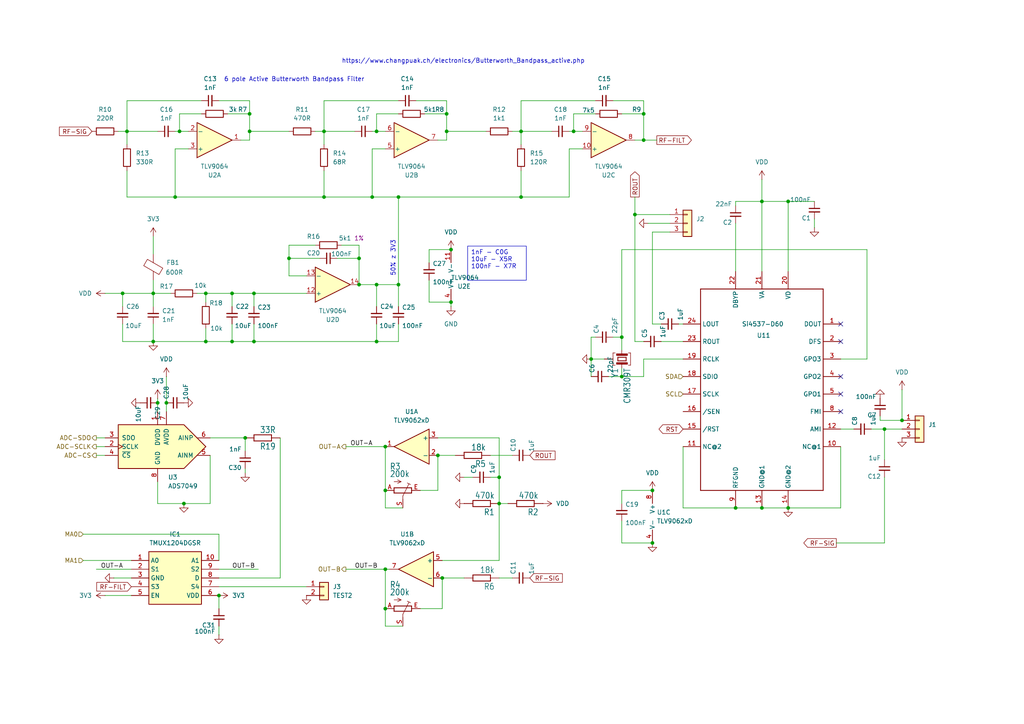
<source format=kicad_sch>
(kicad_sch (version 20231120) (generator "eeschema") (generator_version "8.0")
  (paper "A4")
  (junction (at 72.39 33.02))
  (junction (at 144.78 138.43))
  (junction (at 180.34 109.22))
  (junction (at 111.76 165.1))
  (junction (at 186.69 33.02))
  (junction (at 67.31 99.06))
  (junction (at 44.45 85.09))
  (junction (at 228.6 147.32))
  (junction (at 63.5 172.72))
  (junction (at 171.45 104.14))
  (junction (at 93.98 38.1))
  (junction (at 93.98 57.15))
  (junction (at 83.82 74.93))
  (junction (at 220.98 58.42))
  (junction (at 107.95 57.15))
  (junction (at 59.69 85.09))
  (junction (at 71.12 127))
  (junction (at 115.57 57.15))
  (junction (at 130.81 87.63))
  (junction (at 128.27 167.64))
  (junction (at 130.81 72.39))
  (junction (at 228.6 58.42))
  (junction (at 59.69 99.06))
  (junction (at 45.72 116.84))
  (junction (at 53.34 146.05))
  (junction (at 189.23 157.48))
  (junction (at 111.76 142.24))
  (junction (at 129.54 38.1))
  (junction (at 67.31 85.09))
  (junction (at 166.37 38.1))
  (junction (at 72.39 38.1))
  (junction (at 111.76 129.54))
  (junction (at 44.45 99.06))
  (junction (at 35.56 85.09))
  (junction (at 48.26 116.84))
  (junction (at 256.54 124.46))
  (junction (at 104.14 74.93))
  (junction (at 111.76 176.53))
  (junction (at 189.23 142.24))
  (junction (at 213.36 147.32))
  (junction (at 73.66 85.09))
  (junction (at 129.54 33.02))
  (junction (at 151.13 57.15))
  (junction (at 144.78 146.05))
  (junction (at 104.14 82.55))
  (junction (at 50.8 57.15))
  (junction (at 127 132.08))
  (junction (at 109.22 99.06))
  (junction (at 73.66 99.06))
  (junction (at 186.69 40.64))
  (junction (at 109.22 82.55))
  (junction (at 184.15 62.23))
  (junction (at 180.34 97.79))
  (junction (at 36.83 38.1))
  (junction (at 115.57 82.55))
  (junction (at 261.62 121.92))
  (junction (at 151.13 38.1))
  (junction (at 109.22 38.1))
  (junction (at 220.98 147.32))
  (junction (at 52.07 38.1))
  (no_connect (at 243.84 93.98))
  (no_connect (at 243.84 119.38))
  (no_connect (at 243.84 109.22))
  (no_connect (at 243.84 99.06))
  (no_connect (at 243.84 114.3))
  (wire (pts (xy 134.62 138.43) (xy 137.16 138.43)))
  (wire (pts (xy 115.57 57.15) (xy 115.57 82.55)))
  (wire (pts (xy 186.69 109.22) (xy 180.34 109.22)))
  (wire (pts (xy 198.12 129.54) (xy 198.12 147.32)))
  (wire (pts (xy 109.22 33.02) (xy 109.22 38.1)))
  (wire (pts (xy 189.23 67.31) (xy 194.31 67.31)))
  (wire (pts (xy 67.31 99.06) (xy 59.69 99.06)))
  (wire (pts (xy 52.07 38.1) (xy 54.61 38.1)))
  (wire (pts (xy 127 127) (xy 144.78 127)))
  (wire (pts (xy 180.34 157.48) (xy 189.23 157.48)))
  (wire (pts (xy 50.8 43.18) (xy 50.8 57.15)))
  (wire (pts (xy 243.84 147.32) (xy 243.84 129.54)))
  (wire (pts (xy 168.91 43.18) (xy 165.1 43.18)))
  (wire (pts (xy 81.28 127) (xy 81.28 167.64)))
  (wire (pts (xy 115.57 82.55) (xy 109.22 82.55)))
  (wire (pts (xy 148.59 38.1) (xy 151.13 38.1)))
  (wire (pts (xy 172.72 33.02) (xy 166.37 33.02)))
  (wire (pts (xy 104.14 71.12) (xy 104.14 74.93)))
  (wire (pts (xy 59.69 87.63) (xy 59.69 85.09)))
  (wire (pts (xy 171.45 109.22) (xy 171.45 104.14)) (stroke (width 0.1524)))
  (wire (pts (xy 35.56 85.09) (xy 44.45 85.09)))
  (wire (pts (xy 60.96 132.08) (xy 60.96 146.05)))
  (wire (pts (xy 189.23 67.31) (xy 189.23 93.98)))
  (wire (pts (xy 111.76 129.54) (xy 111.76 142.24)))
  (wire (pts (xy 111.76 165.1) (xy 113.03 165.1)))
  (wire (pts (xy 115.57 29.21) (xy 93.98 29.21)))
  (wire (pts (xy 73.66 85.09) (xy 73.66 88.9)))
  (wire (pts (xy 83.82 74.93) (xy 83.82 80.01)))
  (wire (pts (xy 34.29 38.1) (xy 36.83 38.1)))
  (wire (pts (xy 36.83 29.21) (xy 36.83 38.1)))
  (wire (pts (xy 35.56 85.09) (xy 35.56 88.9)))
  (wire (pts (xy 27.94 132.08) (xy 30.48 132.08)))
  (wire (pts (xy 151.13 29.21) (xy 151.13 38.1)))
  (wire (pts (xy 59.69 99.06) (xy 59.69 95.25)))
  (wire (pts (xy 115.57 33.02) (xy 109.22 33.02)))
  (wire (pts (xy 261.62 113.03) (xy 261.62 121.92)))
  (wire (pts (xy 58.42 29.21) (xy 36.83 29.21)))
  (wire (pts (xy 58.42 33.02) (xy 52.07 33.02)))
  (wire (pts (xy 73.66 93.98) (xy 73.66 99.06)))
  (wire (pts (xy 198.12 147.32) (xy 213.36 147.32)))
  (wire (pts (xy 59.69 85.09) (xy 67.31 85.09)))
  (wire (pts (xy 45.72 146.05) (xy 45.72 139.7)))
  (wire (pts (xy 124.46 81.28) (xy 124.46 87.63)))
  (wire (pts (xy 33.02 167.64) (xy 38.1 167.64)))
  (wire (pts (xy 72.39 38.1) (xy 83.82 38.1)))
  (wire (pts (xy 44.45 85.09) (xy 44.45 88.9)))
  (wire (pts (xy 83.82 80.01) (xy 88.9 80.01)))
  (wire (pts (xy 107.95 43.18) (xy 107.95 57.15)))
  (wire (pts (xy 73.66 99.06) (xy 109.22 99.06)))
  (wire (pts (xy 213.36 64.77) (xy 213.36 78.74)))
  (wire (pts (xy 180.34 142.24) (xy 189.23 142.24)))
  (wire (pts (xy 109.22 88.9) (xy 109.22 82.55)))
  (wire (pts (xy 151.13 49.53) (xy 151.13 57.15)))
  (wire (pts (xy 144.78 146.05) (xy 144.78 162.56)))
  (wire (pts (xy 52.07 33.02) (xy 52.07 38.1)))
  (wire (pts (xy 69.85 40.64) (xy 72.39 40.64)))
  (wire (pts (xy 121.92 176.53) (xy 128.27 176.53)))
  (wire (pts (xy 151.13 57.15) (xy 165.1 57.15)))
  (wire (pts (xy 73.66 99.06) (xy 67.31 99.06)))
  (wire (pts (xy 66.04 33.02) (xy 72.39 33.02)))
  (wire (pts (xy 144.78 146.05) (xy 147.32 146.05)))
  (wire (pts (xy 220.98 52.07) (xy 220.98 58.42)))
  (wire (pts (xy 165.1 38.1) (xy 166.37 38.1)))
  (wire (pts (xy 116.84 147.32) (xy 111.76 147.32)))
  (wire (pts (xy 184.15 40.64) (xy 186.69 40.64)))
  (wire (pts (xy 123.19 33.02) (xy 129.54 33.02)))
  (wire (pts (xy 142.24 132.08) (xy 148.59 132.08)))
  (wire (pts (xy 186.69 104.14) (xy 186.69 109.22)))
  (wire (pts (xy 180.34 109.22) (xy 180.34 106.68)) (stroke (width 0.1524)))
  (wire (pts (xy 27.94 127) (xy 30.48 127)))
  (wire (pts (xy 48.26 116.84) (xy 48.26 119.38)))
  (wire (pts (xy 243.84 104.14) (xy 251.46 104.14)))
  (wire (pts (xy 142.24 138.43) (xy 144.78 138.43)))
  (wire (pts (xy 228.6 78.74) (xy 228.6 58.42)))
  (wire (pts (xy 129.54 29.21) (xy 129.54 33.02)))
  (wire (pts (xy 93.98 57.15) (xy 107.95 57.15)))
  (wire (pts (xy 184.15 62.23) (xy 184.15 99.06)))
  (wire (pts (xy 115.57 99.06) (xy 109.22 99.06)))
  (wire (pts (xy 243.84 124.46) (xy 247.65 124.46)))
  (wire (pts (xy 127 132.08) (xy 127 142.24)))
  (wire (pts (xy 72.39 29.21) (xy 72.39 33.02)))
  (wire (pts (xy 115.57 57.15) (xy 151.13 57.15)))
  (wire (pts (xy 180.34 97.79) (xy 180.34 101.6)))
  (wire (pts (xy 100.33 165.1) (xy 111.76 165.1)))
  (wire (pts (xy 60.96 146.05) (xy 53.34 146.05)))
  (wire (pts (xy 71.12 130.81) (xy 71.12 127)))
  (wire (pts (xy 24.13 154.94) (xy 63.5 154.94)))
  (wire (pts (xy 184.15 99.06) (xy 186.69 99.06)))
  (wire (pts (xy 63.5 165.1) (xy 74.93 165.1)))
  (wire (pts (xy 44.45 85.09) (xy 44.45 81.28)))
  (wire (pts (xy 255.27 120.65) (xy 255.27 121.92)))
  (wire (pts (xy 130.81 88.9) (xy 130.81 87.63)))
  (wire (pts (xy 166.37 38.1) (xy 168.91 38.1)))
  (wire (pts (xy 71.12 135.89) (xy 71.12 137.16)))
  (wire (pts (xy 220.98 147.32) (xy 228.6 147.32)))
  (wire (pts (xy 109.22 82.55) (xy 104.14 82.55)))
  (wire (pts (xy 60.96 127) (xy 71.12 127)))
  (wire (pts (xy 120.65 29.21) (xy 129.54 29.21)))
  (wire (pts (xy 186.69 33.02) (xy 186.69 40.64)))
  (wire (pts (xy 180.34 33.02) (xy 186.69 33.02)))
  (wire (pts (xy 151.13 38.1) (xy 160.02 38.1)))
  (wire (pts (xy 128.27 176.53) (xy 128.27 167.64)))
  (wire (pts (xy 144.78 167.64) (xy 148.59 167.64)))
  (wire (pts (xy 63.5 172.72) (xy 63.5 176.53)))
  (wire (pts (xy 220.98 58.42) (xy 213.36 58.42)))
  (wire (pts (xy 129.54 38.1) (xy 140.97 38.1)))
  (wire (pts (xy 36.83 49.53) (xy 36.83 57.15)))
  (wire (pts (xy 124.46 87.63) (xy 130.81 87.63)))
  (wire (pts (xy 72.39 33.02) (xy 72.39 38.1)))
  (wire (pts (xy 100.33 129.54) (xy 111.76 129.54)))
  (wire (pts (xy 107.95 38.1) (xy 109.22 38.1)))
  (wire (pts (xy 36.83 38.1) (xy 45.72 38.1)))
  (wire (pts (xy 166.37 33.02) (xy 166.37 38.1)))
  (wire (pts (xy 186.69 40.64) (xy 190.5 40.64)))
  (wire (pts (xy 36.83 38.1) (xy 36.83 41.91)))
  (wire (pts (xy 67.31 85.09) (xy 73.66 85.09)))
  (wire (pts (xy 172.72 29.21) (xy 151.13 29.21)))
  (wire (pts (xy 129.54 33.02) (xy 129.54 38.1)))
  (wire (pts (xy 116.84 181.61) (xy 111.76 181.61)))
  (wire (pts (xy 180.34 151.13) (xy 180.34 157.48)))
  (wire (pts (xy 111.76 147.32) (xy 111.76 142.24)))
  (wire (pts (xy 81.28 167.64) (xy 63.5 167.64)))
  (wire (pts (xy 92.71 74.93) (xy 83.82 74.93)))
  (wire (pts (xy 57.15 85.09) (xy 59.69 85.09)))
  (wire (pts (xy 256.54 138.43) (xy 256.54 157.48)))
  (wire (pts (xy 73.66 85.09) (xy 88.9 85.09)))
  (wire (pts (xy 228.6 58.42) (xy 236.22 58.42)))
  (wire (pts (xy 236.22 63.5) (xy 236.22 66.04)))
  (wire (pts (xy 177.8 97.79) (xy 180.34 97.79)))
  (wire (pts (xy 111.76 165.1) (xy 111.76 176.53)))
  (wire (pts (xy 251.46 72.39) (xy 251.46 104.14)))
  (wire (pts (xy 220.98 78.74) (xy 220.98 58.42)))
  (wire (pts (xy 180.34 72.39) (xy 251.46 72.39)))
  (wire (pts (xy 36.83 57.15) (xy 50.8 57.15)))
  (wire (pts (xy 30.48 85.09) (xy 35.56 85.09)))
  (wire (pts (xy 45.72 115.57) (xy 45.72 116.84)))
  (wire (pts (xy 186.69 29.21) (xy 186.69 33.02)))
  (wire (pts (xy 165.1 43.18) (xy 165.1 57.15)))
  (wire (pts (xy 67.31 85.09) (xy 67.31 88.9)))
  (wire (pts (xy 30.48 172.72) (xy 38.1 172.72)))
  (wire (pts (xy 115.57 93.98) (xy 115.57 99.06)))
  (wire (pts (xy 109.22 93.98) (xy 109.22 99.06)))
  (wire (pts (xy 63.5 170.18) (xy 88.9 170.18)))
  (wire (pts (xy 67.31 93.98) (xy 67.31 99.06)))
  (wire (pts (xy 144.78 127) (xy 144.78 138.43)))
  (wire (pts (xy 184.15 62.23) (xy 194.31 62.23)))
  (wire (pts (xy 196.85 93.98) (xy 198.12 93.98)))
  (wire (pts (xy 124.46 72.39) (xy 130.81 72.39)))
  (wire (pts (xy 171.45 97.79) (xy 172.72 97.79)) (stroke (width 0.1524)))
  (wire (pts (xy 35.56 93.98) (xy 35.56 99.06)))
  (wire (pts (xy 107.95 57.15) (xy 115.57 57.15)))
  (wire (pts (xy 99.06 71.12) (xy 104.14 71.12)))
  (wire (pts (xy 24.13 162.56) (xy 38.1 162.56)))
  (wire (pts (xy 44.45 93.98) (xy 44.45 99.06)))
  (wire (pts (xy 115.57 88.9) (xy 115.57 82.55)))
  (wire (pts (xy 104.14 74.93) (xy 104.14 82.55)))
  (wire (pts (xy 180.34 146.05) (xy 180.34 142.24)))
  (wire (pts (xy 91.44 71.12) (xy 83.82 71.12)))
  (wire (pts (xy 93.98 49.53) (xy 93.98 57.15)))
  (wire (pts (xy 256.54 124.46) (xy 261.62 124.46)))
  (wire (pts (xy 83.82 71.12) (xy 83.82 74.93)))
  (wire (pts (xy 176.53 109.22) (xy 180.34 109.22)))
  (wire (pts (xy 111.76 181.61) (xy 111.76 176.53)))
  (wire (pts (xy 132.08 132.08) (xy 127 132.08)))
  (wire (pts (xy 93.98 29.21) (xy 93.98 38.1)))
  (wire (pts (xy 45.72 116.84) (xy 45.72 119.38)))
  (wire (pts (xy 111.76 43.18) (xy 107.95 43.18)))
  (wire (pts (xy 129.54 38.1) (xy 129.54 40.64)))
  (wire (pts (xy 127 40.64) (xy 129.54 40.64)))
  (wire (pts (xy 228.6 58.42) (xy 220.98 58.42)))
  (wire (pts (xy 63.5 162.56) (xy 63.5 154.94)))
  (wire (pts (xy 27.94 165.1) (xy 38.1 165.1)))
  (wire (pts (xy 191.77 99.06) (xy 198.12 99.06)))
  (wire (pts (xy 252.73 124.46) (xy 256.54 124.46)))
  (wire (pts (xy 48.26 109.22) (xy 48.26 116.84)))
  (wire (pts (xy 91.44 38.1) (xy 93.98 38.1)))
  (wire (pts (xy 184.15 57.15) (xy 184.15 62.23)))
  (wire (pts (xy 213.36 58.42) (xy 213.36 59.69)))
  (wire (pts (xy 151.13 38.1) (xy 151.13 41.91)))
  (wire (pts (xy 72.39 38.1) (xy 72.39 40.64)))
  (wire (pts (xy 27.94 129.54) (xy 30.48 129.54)))
  (wire (pts (xy 49.53 85.09) (xy 44.45 85.09)))
  (wire (pts (xy 186.69 104.14) (xy 198.12 104.14)))
  (wire (pts (xy 44.45 99.06) (xy 59.69 99.06)))
  (wire (pts (xy 63.5 181.61) (xy 63.5 184.15)))
  (wire (pts (xy 50.8 38.1) (xy 52.07 38.1)))
  (wire (pts (xy 54.61 43.18) (xy 50.8 43.18)))
  (wire (pts (xy 121.92 142.24) (xy 127 142.24)))
  (wire (pts (xy 171.45 104.14) (xy 175.26 104.14)))
  (wire (pts (xy 93.98 38.1) (xy 93.98 41.91)))
  (wire (pts (xy 109.22 38.1) (xy 111.76 38.1)))
  (wire (pts (xy 53.34 146.05) (xy 45.72 146.05)))
  (wire (pts (xy 35.56 99.06) (xy 44.45 99.06)))
  (wire (pts (xy 124.46 76.2) (xy 124.46 72.39)))
  (wire (pts (xy 144.78 162.56) (xy 128.27 162.56)))
  (wire (pts (xy 255.27 121.92) (xy 261.62 121.92)))
  (wire (pts (xy 177.8 29.21) (xy 186.69 29.21)))
  (wire (pts (xy 171.45 97.79) (xy 171.45 104.14)) (stroke (width 0.1524)))
  (wire (pts (xy 63.5 29.21) (xy 72.39 29.21)))
  (wire (pts (xy 180.34 72.39) (xy 180.34 97.79)))
  (wire (pts (xy 50.8 57.15) (xy 93.98 57.15)))
  (wire (pts (xy 97.79 74.93) (xy 104.14 74.93)))
  (wire (pts (xy 213.36 147.32) (xy 220.98 147.32)))
  (wire (pts (xy 144.78 138.43) (xy 144.78 146.05)))
  (wire (pts (xy 228.6 147.32) (xy 243.84 147.32)))
  (wire (pts (xy 44.45 68.58) (xy 44.45 73.66)))
  (wire (pts (xy 256.54 124.46) (xy 256.54 133.35)))
  (wire (pts (xy 189.23 93.98) (xy 191.77 93.98)))
  (wire (pts (xy 242.57 157.48) (xy 256.54 157.48)))
  (wire (pts (xy 93.98 38.1) (xy 102.87 38.1)))
  (wire (pts (xy 187.96 64.77) (xy 194.31 64.77)))
  (wire (pts (xy 128.27 167.64) (xy 134.62 167.64)))
  (text_box "1nF - C0G\n10uF - X5R\n100nF - X7R" (at 135.636 71.374 0) (size 17.018 9.906) (effects (font (size 1.27 1.27)) (justify left top)))
  (text "https://www.changpuak.ch/electronics/Butterworth_Bandpass_active.php" (at 134.366 17.78 0) (effects (font (size 1.27 1.27))))
  (text "50% z 3V3" (at 114.046 74.93 90) (effects (font (size 1.27 1.27))))
  (text "6 pole Active Butterworth Bandpass Filter" (at 85.344 23.114 0) (effects (font (size 1.27 1.27))))
  (label "OUT-A" (at 101.6 129.54 0))
  (label "OUT-B" (at 102.87 165.1 0))
  (label "OUT-A" (at 29.21 165.1 0))
  (label "OUT-B" (at 67.31 165.1 0))
  (global_label "RST" (shape bidirectional) (at 198.12 124.46 180) (property "Intersheetrefs" "${INTERSHEET_REFS}" (effects (hide yes))))
  (global_label "RF-SIG" (shape input) (at 153.67 167.64 0) (property "Intersheetrefs" "${INTERSHEET_REFS}" (effects (hide yes))))
  (global_label "ROUT" (shape input) (at 153.67 132.08 0) (property "Intersheetrefs" "${INTERSHEET_REFS}" (effects (hide yes))))
  (global_label "RF-FILT" (shape output) (at 190.5 40.64 0) (property "Intersheetrefs" "${INTERSHEET_REFS}" (effects (hide yes))))
  (global_label "RF-SIG" (shape output) (at 242.57 157.48 180) (property "Intersheetrefs" "${INTERSHEET_REFS}" (effects (hide yes))))
  (global_label "RF-SIG" (shape input) (at 26.67 38.1 180) (property "Intersheetrefs" "${INTERSHEET_REFS}" (effects (hide yes))))
  (global_label "RF-FILT" (shape input) (at 38.1 170.18 180) (property "Intersheetrefs" "${INTERSHEET_REFS}" (effects (hide yes))))
  (global_label "ROUT" (shape output) (at 184.15 57.15 90) (property "Intersheetrefs" "${INTERSHEET_REFS}" (effects (hide yes))))
  (hierarchical_label "ADC-SDO" (shape output) (at 27.94 127 180))
  (hierarchical_label "OUT-A" (shape output) (at 100.33 129.54 180))
  (hierarchical_label "ADC-SCLK" (shape output) (at 27.94 129.54 180))
  (hierarchical_label "MA0" (shape input) (at 24.13 154.94 180))
  (hierarchical_label "SCL" (shape input) (at 198.12 114.3 180))
  (hierarchical_label "SDA" (shape input) (at 198.12 109.22 180))
  (hierarchical_label "MA1" (shape input) (at 24.13 162.56 180))
  (hierarchical_label "ADC-CS" (shape output) (at 27.94 132.08 180))
  (hierarchical_label "OUT-B" (shape output) (at 100.33 165.1 180))
  (symbol (lib_id "Device:R") (at 59.69 91.44 0) (unit 1)
    (property "Reference" "R18" (at 60.706 87.884 0) (effects (justify left)))
    (property "Value" "10k" (at 60.96 95.25 0) (effects (justify left)))
    (property "Footprint" "Resistor_SMD:R_0603_1608Metric_Pad0.98x0.95mm_HandSolder" (effects (hide yes)))
    (property "Description" "Resistor" (effects (hide yes)))
  )
  (symbol (lib_id "power:GND") (at 88.9 172.72 0) (mirror y) (unit 1)
    (property "Reference" "#PWR029" (effects (hide yes)))
    (property "Value" "GND" (effects (hide yes)))
    (property "Description" "Power symbol creates a global label with name \"GND\" , ground" (effects (hide yes)))
  )
  (symbol (lib_id "power:GND") (at 40.64 116.84 270) (unit 1)
    (property "Reference" "#PWR022" (effects (hide yes)))
    (property "Value" "GND" (effects (hide yes)))
    (property "Description" "Power symbol creates a global label with name \"GND\" , ground" (effects (hide yes)))
  )
  (symbol (lib_id "Device:C_Small") (at 194.31 93.98 270) (unit 1)
    (property "Reference" "C3" (at 192.024 92.964 0) (effects (justify right)))
    (property "Value" "1uF" (at 197.358 92.964 0) (effects (justify right)))
    (property "Footprint" "Capacitor_SMD:C_0603_1608Metric_Pad1.08x0.95mm_HandSolder" (effects (hide yes)))
    (property "Description" "Unpolarized capacitor, small symbol" (effects (hide yes)))
  )
  (symbol (lib_id "Device:R") (at 176.53 33.02 270) (unit 1)
    (property "Reference" "R9" (at 184.658 31.75 90))
    (property "Value" "7k5" (at 170.688 32.004 90))
    (property "Footprint" "Resistor_SMD:R_0603_1608Metric_Pad0.98x0.95mm_HandSolder" (effects (hide yes)))
    (property "Description" "Resistor" (effects (hide yes)))
  )
  (symbol (lib_id "power:+3.3V") (at 130.81 72.39 0) (unit 1)
    (property "Reference" "#PWR013" (effects (hide yes)))
    (property "Value" "VDD" (at 130.81 67.31 0))
    (property "Description" "Power symbol creates a global label with name \"+3.3V\"" (effects (hide yes)))
  )
  (symbol (lib_id "Device:R") (at 30.48 38.1 90) (unit 1)
    (property "Reference" "R10" (at 30.48 31.75 90))
    (property "Value" "220R" (at 30.48 34.29 90))
    (property "Footprint" "Resistor_SMD:R_0603_1608Metric_Pad0.98x0.95mm_HandSolder" (effects (hide yes)))
    (property "Description" "Resistor" (effects (hide yes)))
  )
  (symbol (lib_id "Device:C_Small") (at 73.66 91.44 180) (unit 1)
    (property "Reference" "C23" (at 74.676 89.154 0) (effects (justify right)))
    (property "Value" "100nF" (at 74.676 94.488 0) (effects (justify right)))
    (property "Footprint" "Capacitor_SMD:C_0603_1608Metric_Pad1.08x0.95mm_HandSolder" (effects (hide yes)))
    (property "Description" "Unpolarized capacitor, small symbol" (effects (hide yes)))
  )
  (symbol (lib_id "Analog_ADC:ADS7049") (at 45.72 129.54 0) (mirror y) (unit 1)
    (property "Reference" "U3" (at 48.7365 138.43 0) (effects (justify right)))
    (property "Value" "ADS7049" (at 48.7365 140.97 0) (effects (justify right)))
    (property "Footprint" "Package_SO:VSSOP-8_2.3x2mm_P0.5mm" (effects (hide yes)))
    (property "Datasheet" "http://www.ti.com/lit/ds/symlink/ads7049-q1.pdf" (effects (hide yes)))
    (property "Description" "Small-Size, Low-Power, 12-Bit, 2-MSPS, SAR ADC" (effects (hide yes)))
  )
  (symbol (lib_id "Samacsys:TMUX1204DGSR") (at 38.1 162.56 0) (unit 1)
    (property "Reference" "IC1" (at 50.8 154.94 0))
    (property "Value" "TMUX1204DGSR" (at 50.8 157.48 0))
    (property "Footprint" "Samacsys:SOP50P490X110-10N" (effects (hide yes)))
    (property "Datasheet" "http://www.ti.com/lit/gpn/TMUX1204" (effects (hide yes)))
    (property "Description" "5-V 4:1 general-purpose analog multiplexer" (effects (hide yes)))
    (property "Height" "1.1" (effects (hide yes)))
    (property "Mouser Part Number" "595-TMUX1204DGSR" (effects (hide yes)))
    (property "Mouser Price/Stock" "https://www.mouser.co.uk/ProductDetail/Texas-Instruments/TMUX1204DGSR?qs=EBDBlbfErPw42Q0DdvAwUg%3D%3D" (effects (hide yes)))
    (property "Manufacturer_Name" "Texas Instruments" (effects (hide yes)))
    (property "Manufacturer_Part_Number" "TMUX1204DGSR" (effects (hide yes)))
  )
  (symbol (lib_id "Device:C_Small") (at 63.5 179.07 0) (unit 1)
    (property "Reference" "C31" (at 62.484 181.356 0) (effects (justify right)))
    (property "Value" "100nF" (at 62.484 183.134 0) (effects (justify right)))
    (property "Footprint" "Capacitor_SMD:C_0603_1608Metric_Pad1.08x0.95mm_HandSolder" (effects (hide yes)))
    (property "Description" "Unpolarized capacitor, small symbol" (effects (hide yes)))
  )
  (symbol (lib_id "power:GND") (at 236.22 66.04 0) (mirror y) (unit 1)
    (property "Reference" "#PWR02" (effects (hide yes)))
    (property "Value" "GND" (effects (hide yes)))
    (property "Description" "Power symbol creates a global label with name \"GND\" , ground" (effects (hide yes)))
  )
  (symbol (lib_id "Device:C_Small") (at 256.54 135.89 0) (unit 1)
    (property "Reference" "C12" (at 255.524 138.176 0) (effects (justify right)))
    (property "Value" "1uF" (at 255.524 132.842 0) (effects (justify right)))
    (property "Footprint" "Capacitor_SMD:C_0603_1608Metric_Pad1.08x0.95mm_HandSolder" (effects (hide yes)))
    (property "Description" "Unpolarized capacitor, small symbol" (effects (hide yes)))
  )
  (symbol (lib_id "odb225:resistor_R-EU_M0805") (at 139.7 167.64 180) (unit 1)
    (property "Reference" "R6" (at 143.51 169.1386 0) (effects (font (size 1.778 1.5113)) (justify left bottom)))
    (property "Value" "18k" (at 143.51 164.338 0) (effects (font (size 1.778 1.5113)) (justify left bottom)))
    (property "Footprint" "Resistor_SMD:R_0603_1608Metric_Pad0.98x0.95mm_HandSolder" (effects (hide yes)))
  )
  (symbol (lib_id "power:VDD") (at 157.48 146.05 270) (unit 1)
    (property "Reference" "#PWR09" (effects (hide yes)))
    (property "Value" "VDD" (at 161.29 146.0499 90) (effects (justify left)))
    (property "Description" "Power symbol creates a global label with name \"VDD\"" (effects (hide yes)))
  )
  (symbol (lib_id "Device:C_Small") (at 118.11 29.21 90) (unit 1)
    (property "Reference" "C14" (at 118.1163 22.86 90))
    (property "Value" "1nF" (at 118.1163 25.4 90))
    (property "Footprint" "Capacitor_SMD:C_0603_1608Metric_Pad1.08x0.95mm_HandSolder" (effects (hide yes)))
    (property "Description" "Unpolarized capacitor, small symbol" (effects (hide yes)))
  )
  (symbol (lib_id "Device:C_Small") (at 44.45 91.44 180) (unit 1)
    (property "Reference" "C21" (at 46.99 90.1635 0) (effects (justify right)))
    (property "Value" "1nF" (at 46.99 92.7035 0) (effects (justify right)))
    (property "Footprint" "Capacitor_SMD:C_0603_1608Metric_Pad1.08x0.95mm_HandSolder" (effects (hide yes)))
    (property "Description" "Unpolarized capacitor, small symbol" (effects (hide yes)))
  )
  (symbol (lib_id "Device:R") (at 119.38 33.02 270) (unit 1)
    (property "Reference" "R8" (at 127.508 31.75 90))
    (property "Value" "5k1" (at 124.714 31.75 90))
    (property "Footprint" "Resistor_SMD:R_0603_1608Metric_Pad0.98x0.95mm_HandSolder" (effects (hide yes)))
    (property "Description" "Resistor" (effects (hide yes)))
  )
  (symbol (lib_id "power:GND") (at 171.45 104.14 270) (mirror x) (unit 1)
    (property "Reference" "#PWR03" (effects (hide yes)))
    (property "Value" "GND" (effects (hide yes)))
    (property "Description" "Power symbol creates a global label with name \"GND\" , ground" (effects (hide yes)))
  )
  (symbol (lib_id "power:GND") (at 53.34 116.84 90) (unit 1)
    (property "Reference" "#PWR021" (effects (hide yes)))
    (property "Value" "GND" (effects (hide yes)))
    (property "Description" "Power symbol creates a global label with name \"GND\" , ground" (effects (hide yes)))
  )
  (symbol (lib_id "power:GND") (at 33.02 167.64 270) (unit 1)
    (property "Reference" "#PWR025" (effects (hide yes)))
    (property "Value" "GND" (effects (hide yes)))
    (property "Description" "Power symbol creates a global label with name \"GND\" , ground" (effects (hide yes)))
  )
  (symbol (lib_id "power:+3.3V") (at 48.26 109.22 0) (unit 1)
    (property "Reference" "#PWR020" (effects (hide yes)))
    (property "Value" "VDD" (at 48.26 104.14 0))
    (property "Description" "Power symbol creates a global label with name \"+3.3V\"" (effects (hide yes)))
  )
  (symbol (lib_id "power:GND") (at 44.45 99.06 0) (unit 1)
    (property "Reference" "#PWR016" (effects (hide yes)))
    (property "Value" "GND" (effects (hide yes)))
    (property "Description" "Power symbol creates a global label with name \"GND\" , ground" (effects (hide yes)))
  )
  (symbol (lib_id "Connector_Generic:Conn_01x03") (at 266.7 124.46 0) (unit 1)
    (property "Reference" "J1" (at 269.24 123.1899 0) (effects (justify left)))
    (property "Value" "ANT1" (effects (hide yes)))
    (property "Footprint" "Connector_JST:JST_EH_B3B-EH-A_1x03_P2.50mm_Vertical" (effects (hide yes)))
    (property "Description" "Generic connector, single row, 01x03, script generated (kicad-library-utils/schlib/autogen/connector/)" (effects (hide yes)))
  )
  (symbol (lib_id "Device:R") (at 62.23 33.02 270) (unit 1)
    (property "Reference" "R7" (at 70.358 31.75 90))
    (property "Value" "3k" (at 67.564 31.75 90))
    (property "Footprint" "Resistor_SMD:R_0603_1608Metric_Pad0.98x0.95mm_HandSolder" (effects (hide yes)))
    (property "Description" "Resistor" (effects (hide yes)))
  )
  (symbol (lib_id "power:GND") (at 261.62 127 0) (mirror y) (unit 1)
    (property "Reference" "#PWR06" (effects (hide yes)))
    (property "Value" "GND" (effects (hide yes)))
    (property "Description" "Power symbol creates a global label with name \"GND\" , ground" (effects (hide yes)))
  )
  (symbol (lib_id "Amplifier_Operational:TLV9064") (at 119.38 40.64 0) (mirror x) (unit 2)
    (property "Reference" "U2" (at 119.38 50.8 0))
    (property "Value" "TLV9064" (at 119.38 48.26 0))
    (property "Footprint" "Package_SO:SOIC-14_3.9x8.7mm_P1.27mm" (effects (hide yes)))
    (property "Datasheet" "https://www.ti.com/lit/ds/symlink/tlv9064.pdf" (effects (hide yes)))
    (property "Description" "Quad Rail-to-Rail, Operational Amplifiers, 10MHz, SOIC-14/TSSOP-14" (effects (hide yes)))
  )
  (symbol (lib_id "power:+3.3V") (at 45.72 115.57 0) (unit 1)
    (property "Reference" "#PWR019" (effects (hide yes)))
    (property "Value" "3V3" (at 45.72 110.49 0))
    (property "Description" "Power symbol creates a global label with name \"+3.3V\"" (effects (hide yes)))
  )
  (symbol (lib_id "Device:R") (at 93.98 45.72 180) (unit 1)
    (property "Reference" "R14" (at 96.52 44.4499 0) (effects (justify right)))
    (property "Value" "68R" (at 96.52 46.9899 0) (effects (justify right)))
    (property "Footprint" "Resistor_SMD:R_0603_1608Metric_Pad0.98x0.95mm_HandSolder" (effects (hide yes)))
    (property "Description" "Resistor" (effects (hide yes)))
  )
  (symbol (lib_id "Device:C_Small") (at 35.56 91.44 180) (unit 1)
    (property "Reference" "C26" (at 36.576 88.9 0) (effects (justify right)))
    (property "Value" "10uF" (at 36.322 94.488 0) (effects (justify right)))
    (property "Footprint" "Capacitor_SMD:C_0603_1608Metric_Pad1.08x0.95mm_HandSolder" (effects (hide yes)))
    (property "Description" "Unpolarized capacitor, small symbol" (effects (hide yes)))
  )
  (symbol (lib_id "Device:C_Small") (at 236.22 60.96 0) (unit 1)
    (property "Reference" "C1" (at 235.204 63.246 0) (effects (justify right)))
    (property "Value" "100nF" (at 235.204 57.912 0) (effects (justify right)))
    (property "Footprint" "Capacitor_SMD:C_0603_1608Metric_Pad1.08x0.95mm_HandSolder" (effects (hide yes)))
    (property "Description" "Unpolarized capacitor, small symbol" (effects (hide yes)))
  )
  (symbol (lib_id "power:GND") (at 134.62 146.05 270) (mirror x) (unit 1)
    (property "Reference" "#PWR08" (effects (hide yes)))
    (property "Value" "GND" (effects (hide yes)))
    (property "Description" "Power symbol creates a global label with name \"GND\" , ground" (effects (hide yes)))
  )
  (symbol (lib_id "Device:R") (at 87.63 38.1 90) (unit 1)
    (property "Reference" "R11" (at 87.63 31.75 90))
    (property "Value" "470R" (at 87.63 34.29 90))
    (property "Footprint" "Resistor_SMD:R_0603_1608Metric_Pad0.98x0.95mm_HandSolder" (effects (hide yes)))
    (property "Description" "Resistor" (effects (hide yes)))
  )
  (symbol (lib_id "Device:C_Small") (at 255.27 118.11 0) (unit 1)
    (property "Reference" "C7" (at 254.254 120.396 0) (effects (justify right)))
    (property "Value" "100nF" (at 254.254 115.062 0) (effects (justify right)))
    (property "Footprint" "Capacitor_SMD:C_0603_1608Metric_Pad1.08x0.95mm_HandSolder" (effects (hide yes)))
    (property "Description" "Unpolarized capacitor, small symbol" (effects (hide yes)))
  )
  (symbol (lib_id "jkk_rf:SI4735-D60") (at 233.68 96.52 0) (mirror y) (unit 1)
    (property "Reference" "U11" (at 221.488 97.282 0))
    (property "Value" "Si4537-D60" (at 221.234 93.98 0))
    (property "Footprint" "Package_SO:SSOP-24_3.9x8.7mm_P0.635mm" (effects (hide yes)))
  )
  (symbol (lib_id "Device:C_Small") (at 173.99 109.22 270) (unit 1)
    (property "Reference" "C6" (at 171.704 108.204 0) (effects (justify right)))
    (property "Value" "22pF" (at 177.038 108.204 0) (effects (justify right)))
    (property "Footprint" "Capacitor_SMD:C_0603_1608Metric_Pad1.08x0.95mm_HandSolder" (effects (hide yes)))
    (property "Description" "Unpolarized capacitor, small symbol" (effects (hide yes)))
  )
  (symbol (lib_id "power:VDD") (at 220.98 52.07 0) (unit 1)
    (property "Reference" "#PWR01" (effects (hide yes)))
    (property "Value" "VDD" (at 220.98 46.99 0))
    (property "Description" "Power symbol creates a global label with name \"VDD\"" (effects (hide yes)))
  )
  (symbol (lib_id "power:GND") (at 187.96 64.77 270) (mirror x) (unit 1)
    (property "Reference" "#PWR026" (effects (hide yes)))
    (property "Value" "GND" (effects (hide yes)))
    (property "Description" "Power symbol creates a global label with name \"GND\" , ground" (effects (hide yes)))
  )
  (symbol (lib_id "power:GND") (at 228.6 147.32 0) (mirror y) (unit 1)
    (property "Reference" "#PWR07" (effects (hide yes)))
    (property "Value" "GND" (effects (hide yes)))
    (property "Description" "Power symbol creates a global label with name \"GND\" , ground" (effects (hide yes)))
  )
  (symbol (lib_id "Amplifier_Operational:TLV9064") (at 62.23 40.64 0) (mirror x) (unit 1)
    (property "Reference" "U2" (at 62.23 50.8 0))
    (property "Value" "TLV9064" (at 62.23 48.26 0))
    (property "Footprint" "Package_SO:SOIC-14_3.9x8.7mm_P1.27mm" (effects (hide yes)))
    (property "Datasheet" "https://www.ti.com/lit/ds/symlink/tlv9064.pdf" (effects (hide yes)))
    (property "Description" "Quad Rail-to-Rail, Operational Amplifiers, 10MHz, SOIC-14/TSSOP-14" (effects (hide yes)))
  )
  (symbol (lib_id "Device:C_Small") (at 71.12 133.35 0) (unit 1)
    (property "Reference" "C30" (at 70.104 135.636 0) (effects (justify right)))
    (property "Value" "1nF" (at 70.104 130.302 0) (effects (justify right)))
    (property "Footprint" "Capacitor_SMD:C_0603_1608Metric_Pad1.08x0.95mm_HandSolder" (effects (hide yes)))
    (property "Description" "Unpolarized capacitor, small symbol" (effects (hide yes)))
  )
  (symbol (lib_id "power:GND") (at 134.62 138.43 270) (mirror x) (unit 1)
    (property "Reference" "#PWR010" (effects (hide yes)))
    (property "Value" "GND" (effects (hide yes)))
    (property "Description" "Power symbol creates a global label with name \"GND\" , ground" (effects (hide yes)))
  )
  (symbol (lib_id "Device:C_Small") (at 95.25 74.93 270) (unit 1)
    (property "Reference" "C20" (at 90.932 73.406 90))
    (property "Value" "100nF" (at 99.06 73.66 90))
    (property "Footprint" "Capacitor_SMD:C_0603_1608Metric_Pad1.08x0.95mm_HandSolder" (effects (hide yes)))
    (property "Description" "Unpolarized capacitor, small symbol" (effects (hide yes)))
  )
  (symbol (lib_id "power:GND") (at 130.81 88.9 0) (mirror y) (unit 1)
    (property "Reference" "#PWR015" (effects (hide yes)))
    (property "Value" "GND" (at 130.81 93.98 0))
    (property "Description" "Power symbol creates a global label with name \"GND\" , ground" (effects (hide yes)))
  )
  (symbol (lib_id "odb225:resistor_R-EU_M0805") (at 139.7 146.05 180) (unit 1)
    (property "Reference" "R1" (at 143.51 147.5486 0) (effects (font (size 1.778 1.5113)) (justify left bottom)))
    (property "Value" "470k" (at 143.51 142.748 0) (effects (font (size 1.778 1.5113)) (justify left bottom)))
    (property "Footprint" "Resistor_SMD:R_0603_1608Metric_Pad0.98x0.95mm_HandSolder" (effects (hide yes)))
  )
  (symbol (lib_id "Device:C_Small") (at 213.36 62.23 0) (unit 1)
    (property "Reference" "C2" (at 212.344 64.516 0) (effects (justify right)))
    (property "Value" "22nF" (at 212.344 59.182 0) (effects (justify right)))
    (property "Footprint" "Capacitor_SMD:C_0603_1608Metric_Pad1.08x0.95mm_HandSolder" (effects (hide yes)))
    (property "Description" "Unpolarized capacitor, small symbol" (effects (hide yes)))
  )
  (symbol (lib_id "odb225:TRIM_EU-RJ9W") (at 116.84 176.53 270) (unit 1)
    (property "Reference" "R4" (at 113.03 170.561 90) (effects (font (size 1.778 1.5113)) (justify left bottom)))
    (property "Value" "200k" (at 113.03 172.72 90) (effects (font (size 1.778 1.5113)) (justify left bottom)))
    (property "Footprint" "odb225:RJ9W" (effects (hide yes)))
  )
  (symbol (lib_id "Device:R") (at 53.34 85.09 270) (unit 1)
    (property "Reference" "R17" (at 48.26 83.058 90))
    (property "Value" "10k" (at 58.166 82.804 90))
    (property "Footprint" "Resistor_SMD:R_0603_1608Metric_Pad0.98x0.95mm_HandSolder" (effects (hide yes)))
    (property "Description" "Resistor" (effects (hide yes)))
  )
  (symbol (lib_id "odb225:resistor_R-EU_M0805") (at 137.16 132.08 180) (unit 1)
    (property "Reference" "R5" (at 140.97 133.5786 0) (effects (font (size 1.778 1.5113)) (justify left bottom)))
    (property "Value" "18k" (at 140.97 128.778 0) (effects (font (size 1.778 1.5113)) (justify left bottom)))
    (property "Footprint" "Resistor_SMD:R_0603_1608Metric_Pad0.98x0.95mm_HandSolder" (effects (hide yes)))
  )
  (symbol (lib_id "power:GND") (at 71.12 137.16 0) (unit 1)
    (property "Reference" "#PWR023" (effects (hide yes)))
    (property "Value" "GND" (effects (hide yes)))
    (property "Description" "Power symbol creates a global label with name \"GND\" , ground" (effects (hide yes)))
  )
  (symbol (lib_id "Device:C_Small") (at 180.34 148.59 180) (unit 1)
    (property "Reference" "C19" (at 181.356 146.304 0) (effects (justify right)))
    (property "Value" "100nF" (at 181.356 151.638 0) (effects (justify right)))
    (property "Footprint" "Capacitor_SMD:C_0603_1608Metric_Pad1.08x0.95mm_HandSolder" (effects (hide yes)))
    (property "Description" "Unpolarized capacitor, small symbol" (effects (hide yes)))
  )
  (symbol (lib_id "Amplifier_Operational:TLV9062xD") (at 120.65 165.1 0) (mirror y) (unit 2)
    (property "Reference" "U1" (at 118.11 154.94 0))
    (property "Value" "TLV9062xD" (at 118.11 157.48 0))
    (property "Footprint" "Package_SO:SOIC-8_3.9x4.9mm_P1.27mm" (effects (hide yes)))
    (property "Datasheet" "https://www.ti.com/lit/ds/symlink/tlv9062.pdf" (effects (hide yes)))
    (property "Description" "Dual operational amplifier, 300 uV Offset, SOIC-8" (effects (hide yes)))
  )
  (symbol (lib_id "power:GND") (at 53.34 146.05 0) (unit 1)
    (property "Reference" "#PWR018" (effects (hide yes)))
    (property "Value" "GND" (effects (hide yes)))
    (property "Description" "Power symbol creates a global label with name \"GND\" , ground" (effects (hide yes)))
  )
  (symbol (lib_id "Device:C_Small") (at 151.13 132.08 270) (unit 1)
    (property "Reference" "C10" (at 148.844 131.064 0) (effects (justify right)))
    (property "Value" "1uF" (at 154.178 131.064 0) (effects (justify right)))
    (property "Footprint" "Capacitor_SMD:C_0603_1608Metric_Pad1.08x0.95mm_HandSolder" (effects (hide yes)))
    (property "Description" "Unpolarized capacitor, small symbol" (effects (hide yes)))
  )
  (symbol (lib_id "Amplifier_Operational:TLV9064") (at 133.35 80.01 0) (mirror x) (unit 5)
    (property "Reference" "U2" (at 134.62 83.058 0))
    (property "Value" "TLV9064" (at 134.874 80.518 0))
    (property "Footprint" "Package_SO:SOIC-14_3.9x8.7mm_P1.27mm" (effects (hide yes)))
    (property "Datasheet" "https://www.ti.com/lit/ds/symlink/tlv9064.pdf" (effects (hide yes)))
    (property "Description" "Quad Rail-to-Rail, Operational Amplifiers, 10MHz, SOIC-14/TSSOP-14" (effects (hide yes)))
  )
  (symbol (lib_id "Amplifier_Operational:TLV9064") (at 96.52 82.55 0) (mirror x) (unit 4)
    (property "Reference" "U2" (at 96.52 92.71 0))
    (property "Value" "TLV9064" (at 96.52 90.17 0))
    (property "Footprint" "Package_SO:SOIC-14_3.9x8.7mm_P1.27mm" (effects (hide yes)))
    (property "Datasheet" "https://www.ti.com/lit/ds/symlink/tlv9064.pdf" (effects (hide yes)))
    (property "Description" "Quad Rail-to-Rail, Operational Amplifiers, 10MHz, SOIC-14/TSSOP-14" (effects (hide yes)))
  )
  (symbol (lib_id "power:+3.3V") (at 189.23 142.24 0) (unit 1)
    (property "Reference" "#PWR011" (effects (hide yes)))
    (property "Value" "VDD" (at 189.23 137.16 0))
    (property "Description" "Power symbol creates a global label with name \"+3.3V\"" (effects (hide yes)))
  )
  (symbol (lib_id "Device:C_Small") (at 139.7 138.43 270) (unit 1)
    (property "Reference" "C9" (at 137.414 137.414 0) (effects (justify right)))
    (property "Value" "1uF" (at 142.748 137.414 0) (effects (justify right)))
    (property "Footprint" "Capacitor_SMD:C_0603_1608Metric_Pad1.08x0.95mm_HandSolder" (effects (hide yes)))
    (property "Description" "Unpolarized capacitor, small symbol" (effects (hide yes)))
  )
  (symbol (lib_id "Device:R") (at 95.25 71.12 270) (unit 1)
    (property "Reference" "R16" (at 90.932 68.58 90))
    (property "Value" "5k1" (at 100.076 69.088 90))
    (property "Footprint" "Resistor_SMD:R_0603_1608Metric_Pad0.98x0.95mm_HandSolder" (effects (hide yes)))
    (property "Description" "Resistor" (effects (hide yes)))
    (property "Precision" "1%" (at 104.14 69.088 90))
  )
  (symbol (lib_id "power:VDD") (at 261.62 113.03 0) (unit 1)
    (property "Reference" "#PWR05" (effects (hide yes)))
    (property "Value" "VDD" (at 261.62 107.95 0))
    (property "Description" "Power symbol creates a global label with name \"VDD\"" (effects (hide yes)))
  )
  (symbol (lib_id "Amplifier_Operational:TLV9064") (at 176.53 40.64 0) (mirror x) (unit 3)
    (property "Reference" "U2" (at 176.53 50.8 0))
    (property "Value" "TLV9064" (at 176.53 48.26 0))
    (property "Footprint" "Package_SO:SOIC-14_3.9x8.7mm_P1.27mm" (effects (hide yes)))
    (property "Datasheet" "https://www.ti.com/lit/ds/symlink/tlv9064.pdf" (effects (hide yes)))
    (property "Description" "Quad Rail-to-Rail, Operational Amplifiers, 10MHz, SOIC-14/TSSOP-14" (effects (hide yes)))
  )
  (symbol (lib_id "Device:C_Small") (at 60.96 29.21 90) (unit 1)
    (property "Reference" "C13" (at 60.9663 22.86 90))
    (property "Value" "1nF" (at 60.9663 25.4 90))
    (property "Footprint" "Capacitor_SMD:C_0603_1608Metric_Pad1.08x0.95mm_HandSolder" (effects (hide yes)))
    (property "Description" "Unpolarized capacitor, small symbol" (effects (hide yes)))
  )
  (symbol (lib_id "Amplifier_Operational:TLV9062xD") (at 119.38 129.54 0) (mirror y) (unit 1)
    (property "Reference" "U1" (at 119.38 119.38 0))
    (property "Value" "TLV9062xD" (at 119.38 121.92 0))
    (property "Footprint" "Package_SO:SOIC-8_3.9x4.9mm_P1.27mm" (effects (hide yes)))
    (property "Datasheet" "https://www.ti.com/lit/ds/symlink/tlv9062.pdf" (effects (hide yes)))
    (property "Description" "Dual operational amplifier, 300 uV Offset, SOIC-8" (effects (hide yes)))
  )
  (symbol (lib_id "Device:C_Small") (at 109.22 91.44 180) (unit 1)
    (property "Reference" "C24" (at 110.236 88.9 0) (effects (justify right)))
    (property "Value" "10uF" (at 109.982 94.488 0) (effects (justify right)))
    (property "Footprint" "Capacitor_SMD:C_0603_1608Metric_Pad1.08x0.95mm_HandSolder" (effects (hide yes)))
    (property "Description" "Unpolarized capacitor, small symbol" (effects (hide yes)))
  )
  (symbol (lib_id "Device:C_Small") (at 175.26 29.21 90) (unit 1)
    (property "Reference" "C15" (at 175.2663 22.86 90))
    (property "Value" "1nF" (at 175.2663 25.4 90))
    (property "Footprint" "Capacitor_SMD:C_0603_1608Metric_Pad1.08x0.95mm_HandSolder" (effects (hide yes)))
    (property "Description" "Unpolarized capacitor, small symbol" (effects (hide yes)))
  )
  (symbol (lib_id "Device:C_Small") (at 105.41 38.1 90) (unit 1)
    (property "Reference" "C17" (at 105.4163 31.75 90))
    (property "Value" "1nF" (at 105.4163 34.29 90))
    (property "Footprint" "Capacitor_SMD:C_0603_1608Metric_Pad1.08x0.95mm_HandSolder" (effects (hide yes)))
    (property "Description" "Unpolarized capacitor, small symbol" (effects (hide yes)))
  )
  (symbol (lib_id "power:GND") (at 189.23 157.48 0) (mirror y) (unit 1)
    (property "Reference" "#PWR012" (effects (hide yes)))
    (property "Value" "GND" (effects (hide yes)))
    (property "Description" "Power symbol creates a global label with name \"GND\" , ground" (effects (hide yes)))
  )
  (symbol (lib_id "Device:C_Small") (at 162.56 38.1 90) (unit 1)
    (property "Reference" "C18" (at 162.5663 31.75 90))
    (property "Value" "1nF" (at 162.5663 34.29 90))
    (property "Footprint" "Capacitor_SMD:C_0603_1608Metric_Pad1.08x0.95mm_HandSolder" (effects (hide yes)))
    (property "Description" "Unpolarized capacitor, small symbol" (effects (hide yes)))
  )
  (symbol (lib_id "Amplifier_Operational:TLV9062xD") (at 189.23 149.86 0) (unit 3)
    (property "Reference" "U1" (at 190.5 148.5899 0) (effects (justify left)))
    (property "Value" "TLV9062xD" (at 190.5 151.1299 0) (effects (justify left)))
    (property "Footprint" "Package_SO:SOIC-8_3.9x4.9mm_P1.27mm" (effects (hide yes)))
    (property "Datasheet" "https://www.ti.com/lit/ds/symlink/tlv9062.pdf" (effects (hide yes)))
    (property "Description" "Dual operational amplifier, 300 uV Offset, SOIC-8" (effects (hide yes)))
  )
  (symbol (lib_id "Device:C_Small") (at 175.26 97.79 270) (unit 1)
    (property "Reference" "C4" (at 172.974 96.774 0) (effects (justify right)))
    (property "Value" "22pF" (at 178.308 96.774 0) (effects (justify right)))
    (property "Footprint" "Capacitor_SMD:C_0603_1608Metric_Pad1.08x0.95mm_HandSolder" (effects (hide yes)))
    (property "Description" "Unpolarized capacitor, small symbol" (effects (hide yes)))
  )
  (symbol (lib_id "Device:C_Small") (at 48.26 38.1 90) (unit 1)
    (property "Reference" "C16" (at 48.2663 31.75 90))
    (property "Value" "1nF" (at 48.2663 34.29 90))
    (property "Footprint" "Capacitor_SMD:C_0603_1608Metric_Pad1.08x0.95mm_HandSolder" (effects (hide yes)))
    (property "Description" "Unpolarized capacitor, small symbol" (effects (hide yes)))
  )
  (symbol (lib_id "power:+3.3V") (at 44.45 68.58 0) (unit 1)
    (property "Reference" "#PWR014" (effects (hide yes)))
    (property "Value" "3V3" (at 44.45 63.5 0))
    (property "Description" "Power symbol creates a global label with name \"+3.3V\"" (effects (hide yes)))
  )
  (symbol (lib_id "Device:C_Small") (at 124.46 78.74 180) (unit 1)
    (property "Reference" "C27" (at 125.476 76.454 0) (effects (justify right)))
    (property "Value" "100nF" (at 125.476 81.788 0) (effects (justify right)))
    (property "Footprint" "Capacitor_SMD:C_0603_1608Metric_Pad1.08x0.95mm_HandSolder" (effects (hide yes)))
    (property "Description" "Unpolarized capacitor, small symbol" (effects (hide yes)))
  )
  (symbol (lib_id "Connector_Generic:Conn_01x03") (at 199.39 64.77 0) (unit 1)
    (property "Reference" "J2" (at 201.93 63.4999 0) (effects (justify left)))
    (property "Value" "TEST1" (effects (hide yes)))
    (property "Footprint" "Connector_JST:JST_EH_B3B-EH-A_1x03_P2.50mm_Vertical" (effects (hide yes)))
    (property "Description" "Generic connector, single row, 01x03, script generated (kicad-library-utils/schlib/autogen/connector/)" (effects (hide yes)))
  )
  (symbol (lib_id "Connector_Generic:Conn_01x02") (at 93.98 170.18 0) (unit 1)
    (property "Reference" "J3" (at 96.52 170.1799 0) (effects (justify left)))
    (property "Value" "TEST2" (at 96.52 172.7199 0) (effects (justify left)))
    (property "Footprint" "Connector_JST:JST_EH_B2B-EH-A_1x02_P2.50mm_Vertical" (effects (hide yes)))
    (property "Description" "Generic connector, single row, 01x02, script generated (kicad-library-utils/schlib/autogen/connector/)" (effects (hide yes)))
  )
  (symbol (lib_id "Device:C_Small") (at 151.13 167.64 270) (unit 1)
    (property "Reference" "C11" (at 148.844 166.624 0) (effects (justify right)))
    (property "Value" "1uF" (at 154.178 166.624 0) (effects (justify right)))
    (property "Footprint" "Capacitor_SMD:C_0603_1608Metric_Pad1.08x0.95mm_HandSolder" (effects (hide yes)))
    (property "Description" "Unpolarized capacitor, small symbol" (effects (hide yes)))
  )
  (symbol (lib_id "power:+3.3V") (at 30.48 172.72 90) (unit 1)
    (property "Reference" "#PWR024" (effects (hide yes)))
    (property "Value" "3V3" (at 26.67 172.7199 90) (effects (justify left)))
    (property "Description" "Power symbol creates a global label with name \"+3.3V\"" (effects (hide yes)))
  )
  (symbol (lib_id "Device:C_Small") (at 50.8 116.84 270) (unit 1)
    (property "Reference" "C28" (at 48.26 115.824 0) (effects (justify right)))
    (property "Value" "10uF" (at 53.848 116.078 0) (effects (justify right)))
    (property "Footprint" "Capacitor_SMD:C_0603_1608Metric_Pad1.08x0.95mm_HandSolder" (effects (hide yes)))
    (property "Description" "Unpolarized capacitor, small symbol" (effects (hide yes)))
  )
  (symbol (lib_id "power:+3.3V") (at 63.5 172.72 270) (unit 1)
    (property "Reference" "#PWR027" (effects (hide yes)))
    (property "Value" "3V3" (at 67.31 172.7199 90) (effects (justify left)))
    (property "Description" "Power symbol creates a global label with name \"+3.3V\"" (effects (hide yes)))
  )
  (symbol (lib_id "Device:C_Small") (at 189.23 99.06 270) (unit 1)
    (property "Reference" "C5" (at 186.944 98.044 0) (effects (justify right)))
    (property "Value" "1uF" (at 192.278 98.044 0) (effects (justify right)))
    (property "Footprint" "Capacitor_SMD:C_0603_1608Metric_Pad1.08x0.95mm_HandSolder" (effects (hide yes)))
    (property "Description" "Unpolarized capacitor, small symbol" (effects (hide yes)))
  )
  (symbol (lib_id "Device:R") (at 36.83 45.72 180) (unit 1)
    (property "Reference" "R13" (at 39.37 44.4499 0) (effects (justify right)))
    (property "Value" "330R" (at 39.37 46.9899 0) (effects (justify right)))
    (property "Footprint" "Resistor_SMD:R_0603_1608Metric_Pad0.98x0.95mm_HandSolder" (effects (hide yes)))
    (property "Description" "Resistor" (effects (hide yes)))
  )
  (symbol (lib_id "odb225:TRIM_EU-RJ9W") (at 116.84 142.24 270) (unit 1)
    (property "Reference" "R3" (at 113.03 136.271 90) (effects (font (size 1.778 1.5113)) (justify left bottom)))
    (property "Value" "200k" (at 113.03 138.43 90) (effects (font (size 1.778 1.5113)) (justify left bottom)))
    (property "Footprint" "odb225:RJ9W" (effects (hide yes)))
  )
  (symbol (lib_id "Device:C_Small") (at 250.19 124.46 270) (unit 1)
    (property "Reference" "C8" (at 247.904 123.444 0) (effects (justify right)))
    (property "Value" "1uF" (at 253.238 123.444 0) (effects (justify right)))
    (property "Footprint" "Capacitor_SMD:C_0603_1608Metric_Pad1.08x0.95mm_HandSolder" (effects (hide yes)))
    (property "Description" "Unpolarized capacitor, small symbol" (effects (hide yes)))
  )
  (symbol (lib_id "Device:C_Small") (at 67.31 91.44 180) (unit 1)
    (property "Reference" "C22" (at 68.326 88.9 0) (effects (justify right)))
    (property "Value" "10uF" (at 68.072 94.488 0) (effects (justify right)))
    (property "Footprint" "Capacitor_SMD:C_0603_1608Metric_Pad1.08x0.95mm_HandSolder" (effects (hide yes)))
    (property "Description" "Unpolarized capacitor, small symbol" (effects (hide yes)))
  )
  (symbol (lib_id "odb225:resistor_R-EU_M0805") (at 76.2 127 180) (unit 1)
    (property "Reference" "R19" (at 80.01 128.4986 0) (effects (font (size 1.778 1.5113)) (justify left bottom)))
    (property "Value" "33R" (at 80.01 123.698 0) (effects (font (size 1.778 1.5113)) (justify left bottom)))
    (property "Footprint" "Resistor_SMD:R_0603_1608Metric_Pad0.98x0.95mm_HandSolder" (effects (hide yes)))
  )
  (symbol (lib_id "odb225:CMR309T") (at 180.34 104.14 90) (mirror x) (unit 1)
    (property "Reference" "Y1" (at 179.324 106.68 0) (effects (font (size 1.778 1.5113)) (justify left bottom)))
    (property "Value" "CMR309T" (at 182.88 106.68 0) (effects (font (size 1.778 1.5113)) (justify left bottom)))
    (property "Footprint" "Crystal:Crystal_SMD_MicroCrystal_MS3V-T1R" (effects (hide yes)))
  )
  (symbol (lib_id "power:GND") (at 63.5 184.15 0) (mirror y) (unit 1)
    (property "Reference" "#PWR028" (effects (hide yes)))
    (property "Value" "GND" (effects (hide yes)))
    (property "Description" "Power symbol creates a global label with name \"GND\" , ground" (effects (hide yes)))
  )
  (symbol (lib_id "power:+3.3V") (at 30.48 85.09 90) (unit 1)
    (property "Reference" "#PWR017" (effects (hide yes)))
    (property "Value" "VDD" (at 26.67 85.0899 90) (effects (justify left)))
    (property "Description" "Power symbol creates a global label with name \"+3.3V\"" (effects (hide yes)))
  )
  (symbol (lib_id "odb225:resistor_R-EU_M0805") (at 152.4 146.05 180) (unit 1)
    (property "Reference" "R2" (at 156.21 147.5486 0) (effects (font (size 1.778 1.5113)) (justify left bottom)))
    (property "Value" "470k" (at 156.21 142.748 0) (effects (font (size 1.778 1.5113)) (justify left bottom)))
    (property "Footprint" "Resistor_SMD:R_0603_1608Metric_Pad0.98x0.95mm_HandSolder" (effects (hide yes)))
  )
  (symbol (lib_id "Device:C_Small") (at 43.18 116.84 90) (unit 1)
    (property "Reference" "C29" (at 45.72 117.856 0) (effects (justify right)))
    (property "Value" "10uF" (at 40.132 117.602 0) (effects (justify right)))
    (property "Footprint" "Capacitor_SMD:C_0603_1608Metric_Pad1.08x0.95mm_HandSolder" (effects (hide yes)))
    (property "Description" "Unpolarized capacitor, small symbol" (effects (hide yes)))
  )
  (symbol (lib_id "power:GND") (at 255.27 115.57 0) (mirror x) (unit 1)
    (property "Reference" "#PWR04" (effects (hide yes)))
    (property "Value" "GND" (effects (hide yes)))
    (property "Description" "Power symbol creates a global label with name \"GND\" , ground" (effects (hide yes)))
  )
  (symbol (lib_id "Device:FerriteBead") (at 44.45 77.47 0) (unit 1)
    (property "Reference" "FB1" (at 48.26 76.1491 0) (effects (justify left)))
    (property "Value" "600R" (at 48.006 78.994 0) (effects (justify left)))
    (property "Footprint" "Capacitor_SMD:C_0603_1608Metric_Pad1.08x0.95mm_HandSolder" (effects (hide yes)))
    (property "Description" "Ferrite bead" (effects (hide yes)))
  )
  (symbol (lib_id "Device:C_Small") (at 115.57 91.44 180) (unit 1)
    (property "Reference" "C25" (at 116.586 89.154 0) (effects (justify right)))
    (property "Value" "100nF" (at 116.586 94.488 0) (effects (justify right)))
    (property "Footprint" "Capacitor_SMD:C_0603_1608Metric_Pad1.08x0.95mm_HandSolder" (effects (hide yes)))
    (property "Description" "Unpolarized capacitor, small symbol" (effects (hide yes)))
  )
  (symbol (lib_id "Device:R") (at 144.78 38.1 90) (unit 1)
    (property "Reference" "R12" (at 144.78 31.75 90))
    (property "Value" "1k1" (at 144.78 34.29 90))
    (property "Footprint" "Resistor_SMD:R_0603_1608Metric_Pad0.98x0.95mm_HandSolder" (effects (hide yes)))
    (property "Description" "Resistor" (effects (hide yes)))
  )
  (symbol (lib_id "Device:R") (at 151.13 45.72 180) (unit 1)
    (property "Reference" "R15" (at 153.67 44.4499 0) (effects (justify right)))
    (property "Value" "120R" (at 153.67 46.9899 0) (effects (justify right)))
    (property "Footprint" "Resistor_SMD:R_0603_1608Metric_Pad0.98x0.95mm_HandSolder" (effects (hide yes)))
    (property "Description" "Resistor" (effects (hide yes)))
  )
)
</source>
